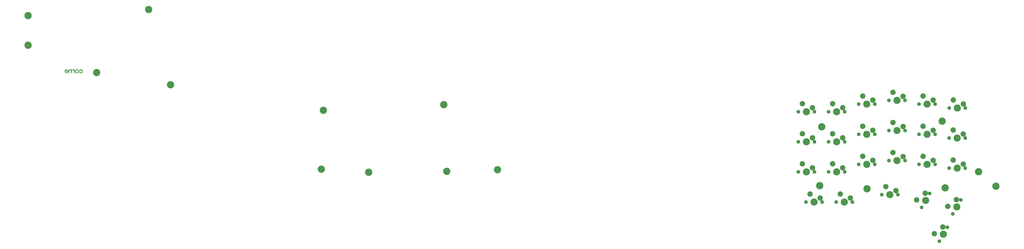
<source format=gbr>
%TF.GenerationSoftware,KiCad,Pcbnew,(5.1.6-0-10_14)*%
%TF.CreationDate,2020-09-30T16:11:26+02:00*%
%TF.ProjectId,corne-top-plate,636f726e-652d-4746-9f70-2d706c617465,2.1*%
%TF.SameCoordinates,Original*%
%TF.FileFunction,Soldermask,Bot*%
%TF.FilePolarity,Negative*%
%FSLAX46Y46*%
G04 Gerber Fmt 4.6, Leading zero omitted, Abs format (unit mm)*
G04 Created by KiCad (PCBNEW (5.1.6-0-10_14)) date 2020-09-30 16:11:26*
%MOMM*%
%LPD*%
G01*
G04 APERTURE LIST*
%ADD10C,0.010000*%
%ADD11C,4.600000*%
%ADD12C,4.500000*%
%ADD13C,2.300000*%
%ADD14C,3.400000*%
G04 APERTURE END LIST*
D10*
%TO.C,G\u002A\u002A\u002A*%
G36*
X-106460991Y-50639791D02*
G01*
X-106555075Y-50643451D01*
X-106625490Y-50652455D01*
X-106685801Y-50669181D01*
X-106749570Y-50696005D01*
X-106803751Y-50722171D01*
X-106974798Y-50830513D01*
X-107108048Y-50969673D01*
X-107205379Y-51142378D01*
X-107268668Y-51351354D01*
X-107280075Y-51413800D01*
X-107287364Y-51484770D01*
X-107293903Y-51597525D01*
X-107299403Y-51743049D01*
X-107303574Y-51912330D01*
X-107306127Y-52096353D01*
X-107306808Y-52245650D01*
X-107307000Y-52912400D01*
X-106875200Y-52912400D01*
X-106875200Y-52193110D01*
X-106874593Y-51964457D01*
X-106872600Y-51780758D01*
X-106868963Y-51636177D01*
X-106863422Y-51524882D01*
X-106855719Y-51441037D01*
X-106845595Y-51378809D01*
X-106837697Y-51347534D01*
X-106772937Y-51209307D01*
X-106672030Y-51106106D01*
X-106536603Y-51038984D01*
X-106368280Y-51008999D01*
X-106313812Y-51007400D01*
X-106151341Y-51017817D01*
X-106021362Y-51052694D01*
X-105909264Y-51117472D01*
X-105829360Y-51187726D01*
X-105775173Y-51244731D01*
X-105731791Y-51300501D01*
X-105698023Y-51361365D01*
X-105672679Y-51433652D01*
X-105654567Y-51523689D01*
X-105642496Y-51637805D01*
X-105635277Y-51782327D01*
X-105631717Y-51963585D01*
X-105630626Y-52187907D01*
X-105630600Y-52243910D01*
X-105630600Y-52912400D01*
X-105198800Y-52912400D01*
X-105198800Y-50651800D01*
X-105630600Y-50651800D01*
X-105630600Y-50909707D01*
X-105712864Y-50827442D01*
X-105799252Y-50751836D01*
X-105889955Y-50698569D01*
X-105995978Y-50664282D01*
X-106128324Y-50645616D01*
X-106297995Y-50639211D01*
X-106329674Y-50639100D01*
X-106460991Y-50639791D01*
G37*
X-106460991Y-50639791D02*
X-106555075Y-50643451D01*
X-106625490Y-50652455D01*
X-106685801Y-50669181D01*
X-106749570Y-50696005D01*
X-106803751Y-50722171D01*
X-106974798Y-50830513D01*
X-107108048Y-50969673D01*
X-107205379Y-51142378D01*
X-107268668Y-51351354D01*
X-107280075Y-51413800D01*
X-107287364Y-51484770D01*
X-107293903Y-51597525D01*
X-107299403Y-51743049D01*
X-107303574Y-51912330D01*
X-107306127Y-52096353D01*
X-107306808Y-52245650D01*
X-107307000Y-52912400D01*
X-106875200Y-52912400D01*
X-106875200Y-52193110D01*
X-106874593Y-51964457D01*
X-106872600Y-51780758D01*
X-106868963Y-51636177D01*
X-106863422Y-51524882D01*
X-106855719Y-51441037D01*
X-106845595Y-51378809D01*
X-106837697Y-51347534D01*
X-106772937Y-51209307D01*
X-106672030Y-51106106D01*
X-106536603Y-51038984D01*
X-106368280Y-51008999D01*
X-106313812Y-51007400D01*
X-106151341Y-51017817D01*
X-106021362Y-51052694D01*
X-105909264Y-51117472D01*
X-105829360Y-51187726D01*
X-105775173Y-51244731D01*
X-105731791Y-51300501D01*
X-105698023Y-51361365D01*
X-105672679Y-51433652D01*
X-105654567Y-51523689D01*
X-105642496Y-51637805D01*
X-105635277Y-51782327D01*
X-105631717Y-51963585D01*
X-105630626Y-52187907D01*
X-105630600Y-52243910D01*
X-105630600Y-52912400D01*
X-105198800Y-52912400D01*
X-105198800Y-50651800D01*
X-105630600Y-50651800D01*
X-105630600Y-50909707D01*
X-105712864Y-50827442D01*
X-105799252Y-50751836D01*
X-105889955Y-50698569D01*
X-105995978Y-50664282D01*
X-106128324Y-50645616D01*
X-106297995Y-50639211D01*
X-106329674Y-50639100D01*
X-106460991Y-50639791D01*
G36*
X-104798737Y-50616436D02*
G01*
X-104944800Y-50632961D01*
X-104944800Y-51003729D01*
X-104811450Y-50990068D01*
X-104627351Y-50995139D01*
X-104457952Y-51046922D01*
X-104309381Y-51142056D01*
X-104187766Y-51277179D01*
X-104138889Y-51358869D01*
X-104055800Y-51519838D01*
X-104055800Y-52912400D01*
X-103624000Y-52912400D01*
X-103624000Y-50649745D01*
X-103833550Y-50657122D01*
X-104043100Y-50664500D01*
X-104068500Y-50886358D01*
X-104119269Y-50829946D01*
X-104237446Y-50733357D01*
X-104389298Y-50662267D01*
X-104562542Y-50620536D01*
X-104744890Y-50612025D01*
X-104798737Y-50616436D01*
G37*
X-104798737Y-50616436D02*
X-104944800Y-50632961D01*
X-104944800Y-51003729D01*
X-104811450Y-50990068D01*
X-104627351Y-50995139D01*
X-104457952Y-51046922D01*
X-104309381Y-51142056D01*
X-104187766Y-51277179D01*
X-104138889Y-51358869D01*
X-104055800Y-51519838D01*
X-104055800Y-52912400D01*
X-103624000Y-52912400D01*
X-103624000Y-50649745D01*
X-103833550Y-50657122D01*
X-104043100Y-50664500D01*
X-104068500Y-50886358D01*
X-104119269Y-50829946D01*
X-104237446Y-50733357D01*
X-104389298Y-50662267D01*
X-104562542Y-50620536D01*
X-104744890Y-50612025D01*
X-104798737Y-50616436D01*
G36*
X-108993030Y-50649406D02*
G01*
X-109215394Y-50715705D01*
X-109413633Y-50821213D01*
X-109583579Y-50961847D01*
X-109721059Y-51133524D01*
X-109821904Y-51332162D01*
X-109881943Y-51553678D01*
X-109897800Y-51749336D01*
X-109897800Y-51896400D01*
X-107992800Y-51896400D01*
X-107992800Y-51969498D01*
X-108015717Y-52092649D01*
X-108079155Y-52220172D01*
X-108175143Y-52341298D01*
X-108295711Y-52445256D01*
X-108384888Y-52499239D01*
X-108520742Y-52550647D01*
X-108681404Y-52575683D01*
X-108694372Y-52576596D01*
X-108876629Y-52574127D01*
X-109030303Y-52537329D01*
X-109167995Y-52461614D01*
X-109282693Y-52362419D01*
X-109418513Y-52226600D01*
X-109621768Y-52226600D01*
X-109722311Y-52227246D01*
X-109781533Y-52231122D01*
X-109808910Y-52241133D01*
X-109813919Y-52260182D01*
X-109808230Y-52283750D01*
X-109769917Y-52369398D01*
X-109704999Y-52472086D01*
X-109625274Y-52575606D01*
X-109542544Y-52663746D01*
X-109512357Y-52690173D01*
X-109313490Y-52819773D01*
X-109090802Y-52909237D01*
X-108854096Y-52956509D01*
X-108613173Y-52959535D01*
X-108401857Y-52923004D01*
X-108180745Y-52838879D01*
X-107985925Y-52715023D01*
X-107822325Y-52556554D01*
X-107694874Y-52368590D01*
X-107608501Y-52156249D01*
X-107589344Y-52079299D01*
X-107558808Y-51829242D01*
X-107572541Y-51589661D01*
X-107584722Y-51540800D01*
X-107994057Y-51540800D01*
X-108717328Y-51540800D01*
X-108929914Y-51540528D01*
X-109096999Y-51539521D01*
X-109223879Y-51537494D01*
X-109315851Y-51534158D01*
X-109378212Y-51529229D01*
X-109416259Y-51522420D01*
X-109435288Y-51513444D01*
X-109440597Y-51502014D01*
X-109440600Y-51501688D01*
X-109420223Y-51419758D01*
X-109365525Y-51324173D01*
X-109286152Y-51226722D01*
X-109191748Y-51139195D01*
X-109091961Y-51073383D01*
X-109088903Y-51071826D01*
X-108949847Y-51024277D01*
X-108785733Y-51003014D01*
X-108614928Y-51007960D01*
X-108455798Y-51039039D01*
X-108364060Y-51074844D01*
X-108217526Y-51176486D01*
X-108098649Y-51317797D01*
X-108018265Y-51477127D01*
X-107994057Y-51540800D01*
X-107584722Y-51540800D01*
X-107628367Y-51365735D01*
X-107724106Y-51162643D01*
X-107857579Y-50985563D01*
X-108026608Y-50839672D01*
X-108139499Y-50771689D01*
X-108334103Y-50687746D01*
X-108531426Y-50640901D01*
X-108750713Y-50626400D01*
X-108993030Y-50649406D01*
G37*
X-108993030Y-50649406D02*
X-109215394Y-50715705D01*
X-109413633Y-50821213D01*
X-109583579Y-50961847D01*
X-109721059Y-51133524D01*
X-109821904Y-51332162D01*
X-109881943Y-51553678D01*
X-109897800Y-51749336D01*
X-109897800Y-51896400D01*
X-107992800Y-51896400D01*
X-107992800Y-51969498D01*
X-108015717Y-52092649D01*
X-108079155Y-52220172D01*
X-108175143Y-52341298D01*
X-108295711Y-52445256D01*
X-108384888Y-52499239D01*
X-108520742Y-52550647D01*
X-108681404Y-52575683D01*
X-108694372Y-52576596D01*
X-108876629Y-52574127D01*
X-109030303Y-52537329D01*
X-109167995Y-52461614D01*
X-109282693Y-52362419D01*
X-109418513Y-52226600D01*
X-109621768Y-52226600D01*
X-109722311Y-52227246D01*
X-109781533Y-52231122D01*
X-109808910Y-52241133D01*
X-109813919Y-52260182D01*
X-109808230Y-52283750D01*
X-109769917Y-52369398D01*
X-109704999Y-52472086D01*
X-109625274Y-52575606D01*
X-109542544Y-52663746D01*
X-109512357Y-52690173D01*
X-109313490Y-52819773D01*
X-109090802Y-52909237D01*
X-108854096Y-52956509D01*
X-108613173Y-52959535D01*
X-108401857Y-52923004D01*
X-108180745Y-52838879D01*
X-107985925Y-52715023D01*
X-107822325Y-52556554D01*
X-107694874Y-52368590D01*
X-107608501Y-52156249D01*
X-107589344Y-52079299D01*
X-107558808Y-51829242D01*
X-107572541Y-51589661D01*
X-107584722Y-51540800D01*
X-107994057Y-51540800D01*
X-108717328Y-51540800D01*
X-108929914Y-51540528D01*
X-109096999Y-51539521D01*
X-109223879Y-51537494D01*
X-109315851Y-51534158D01*
X-109378212Y-51529229D01*
X-109416259Y-51522420D01*
X-109435288Y-51513444D01*
X-109440597Y-51502014D01*
X-109440600Y-51501688D01*
X-109420223Y-51419758D01*
X-109365525Y-51324173D01*
X-109286152Y-51226722D01*
X-109191748Y-51139195D01*
X-109091961Y-51073383D01*
X-109088903Y-51071826D01*
X-108949847Y-51024277D01*
X-108785733Y-51003014D01*
X-108614928Y-51007960D01*
X-108455798Y-51039039D01*
X-108364060Y-51074844D01*
X-108217526Y-51176486D01*
X-108098649Y-51317797D01*
X-108018265Y-51477127D01*
X-107994057Y-51540800D01*
X-107584722Y-51540800D01*
X-107628367Y-51365735D01*
X-107724106Y-51162643D01*
X-107857579Y-50985563D01*
X-108026608Y-50839672D01*
X-108139499Y-50771689D01*
X-108334103Y-50687746D01*
X-108531426Y-50640901D01*
X-108750713Y-50626400D01*
X-108993030Y-50649406D01*
G36*
X-102201486Y-50632840D02*
G01*
X-102454940Y-50668111D01*
X-102683025Y-50744807D01*
X-102882675Y-50860865D01*
X-103050825Y-51014222D01*
X-103184408Y-51202816D01*
X-103248956Y-51337600D01*
X-103280518Y-51451705D01*
X-103300785Y-51599371D01*
X-103309530Y-51764580D01*
X-103306525Y-51931313D01*
X-103291543Y-52083551D01*
X-103264356Y-52205275D01*
X-103261405Y-52213900D01*
X-103165019Y-52411172D01*
X-103025775Y-52587574D01*
X-102849179Y-52737769D01*
X-102640741Y-52856421D01*
X-102565840Y-52887770D01*
X-102433821Y-52924019D01*
X-102270835Y-52947467D01*
X-102095281Y-52957287D01*
X-101925560Y-52952650D01*
X-101780074Y-52932729D01*
X-101747253Y-52924599D01*
X-101533353Y-52842401D01*
X-101338621Y-52724093D01*
X-101171655Y-52576635D01*
X-101041056Y-52406986D01*
X-100990182Y-52311895D01*
X-100951837Y-52209102D01*
X-100917651Y-52084876D01*
X-100897599Y-51981628D01*
X-100890248Y-51840224D01*
X-101314574Y-51840224D01*
X-101328909Y-51987866D01*
X-101349041Y-52069207D01*
X-101402294Y-52181941D01*
X-101482695Y-52297333D01*
X-101576678Y-52398702D01*
X-101670674Y-52469365D01*
X-101677458Y-52473020D01*
X-101874198Y-52549118D01*
X-102079189Y-52579463D01*
X-102282604Y-52563243D01*
X-102395164Y-52532468D01*
X-102572444Y-52445347D01*
X-102716910Y-52321677D01*
X-102824087Y-52165341D01*
X-102828520Y-52156466D01*
X-102881510Y-52000401D01*
X-102903493Y-51823298D01*
X-102894139Y-51644017D01*
X-102853121Y-51481421D01*
X-102840789Y-51451900D01*
X-102743458Y-51292906D01*
X-102615761Y-51168092D01*
X-102465064Y-51077623D01*
X-102298736Y-51021666D01*
X-102124142Y-51000386D01*
X-101948649Y-51013949D01*
X-101779624Y-51062522D01*
X-101624434Y-51146270D01*
X-101490445Y-51265360D01*
X-101385465Y-51419101D01*
X-101343919Y-51536807D01*
X-101319933Y-51683526D01*
X-101314574Y-51840224D01*
X-100890248Y-51840224D01*
X-100884738Y-51734236D01*
X-100917150Y-51499693D01*
X-100992350Y-51283052D01*
X-101107857Y-51089365D01*
X-101261187Y-50923687D01*
X-101449860Y-50791069D01*
X-101493919Y-50767803D01*
X-101668205Y-50693053D01*
X-101839530Y-50648281D01*
X-102025405Y-50630147D01*
X-102201486Y-50632840D01*
G37*
X-102201486Y-50632840D02*
X-102454940Y-50668111D01*
X-102683025Y-50744807D01*
X-102882675Y-50860865D01*
X-103050825Y-51014222D01*
X-103184408Y-51202816D01*
X-103248956Y-51337600D01*
X-103280518Y-51451705D01*
X-103300785Y-51599371D01*
X-103309530Y-51764580D01*
X-103306525Y-51931313D01*
X-103291543Y-52083551D01*
X-103264356Y-52205275D01*
X-103261405Y-52213900D01*
X-103165019Y-52411172D01*
X-103025775Y-52587574D01*
X-102849179Y-52737769D01*
X-102640741Y-52856421D01*
X-102565840Y-52887770D01*
X-102433821Y-52924019D01*
X-102270835Y-52947467D01*
X-102095281Y-52957287D01*
X-101925560Y-52952650D01*
X-101780074Y-52932729D01*
X-101747253Y-52924599D01*
X-101533353Y-52842401D01*
X-101338621Y-52724093D01*
X-101171655Y-52576635D01*
X-101041056Y-52406986D01*
X-100990182Y-52311895D01*
X-100951837Y-52209102D01*
X-100917651Y-52084876D01*
X-100897599Y-51981628D01*
X-100890248Y-51840224D01*
X-101314574Y-51840224D01*
X-101328909Y-51987866D01*
X-101349041Y-52069207D01*
X-101402294Y-52181941D01*
X-101482695Y-52297333D01*
X-101576678Y-52398702D01*
X-101670674Y-52469365D01*
X-101677458Y-52473020D01*
X-101874198Y-52549118D01*
X-102079189Y-52579463D01*
X-102282604Y-52563243D01*
X-102395164Y-52532468D01*
X-102572444Y-52445347D01*
X-102716910Y-52321677D01*
X-102824087Y-52165341D01*
X-102828520Y-52156466D01*
X-102881510Y-52000401D01*
X-102903493Y-51823298D01*
X-102894139Y-51644017D01*
X-102853121Y-51481421D01*
X-102840789Y-51451900D01*
X-102743458Y-51292906D01*
X-102615761Y-51168092D01*
X-102465064Y-51077623D01*
X-102298736Y-51021666D01*
X-102124142Y-51000386D01*
X-101948649Y-51013949D01*
X-101779624Y-51062522D01*
X-101624434Y-51146270D01*
X-101490445Y-51265360D01*
X-101385465Y-51419101D01*
X-101343919Y-51536807D01*
X-101319933Y-51683526D01*
X-101314574Y-51840224D01*
X-100890248Y-51840224D01*
X-100884738Y-51734236D01*
X-100917150Y-51499693D01*
X-100992350Y-51283052D01*
X-101107857Y-51089365D01*
X-101261187Y-50923687D01*
X-101449860Y-50791069D01*
X-101493919Y-50767803D01*
X-101668205Y-50693053D01*
X-101839530Y-50648281D01*
X-102025405Y-50630147D01*
X-102201486Y-50632840D01*
G36*
X-99818549Y-50646988D02*
G01*
X-99933248Y-50673102D01*
X-100154350Y-50763639D01*
X-100345793Y-50890036D01*
X-100502722Y-51047988D01*
X-100620282Y-51233188D01*
X-100654937Y-51313254D01*
X-100688964Y-51406731D01*
X-100700583Y-51465761D01*
X-100683298Y-51498261D01*
X-100630612Y-51512149D01*
X-100536029Y-51515343D01*
X-100489069Y-51515400D01*
X-100275139Y-51515399D01*
X-100244233Y-51421754D01*
X-100177643Y-51295894D01*
X-100071138Y-51184503D01*
X-99934963Y-51094012D01*
X-99779364Y-51030854D01*
X-99614585Y-51001461D01*
X-99572699Y-51000142D01*
X-99390369Y-51022910D01*
X-99220065Y-51087221D01*
X-99070516Y-51187089D01*
X-98950453Y-51316526D01*
X-98868605Y-51469547D01*
X-98862407Y-51487267D01*
X-98828856Y-51645924D01*
X-98823073Y-51821402D01*
X-98843759Y-51995327D01*
X-98889613Y-52149322D01*
X-98912675Y-52197531D01*
X-99018404Y-52348138D01*
X-99153279Y-52460303D01*
X-99300602Y-52531915D01*
X-99479289Y-52574926D01*
X-99658759Y-52574773D01*
X-99830572Y-52534785D01*
X-99986290Y-52458291D01*
X-100117474Y-52348622D01*
X-100215684Y-52209106D01*
X-100237267Y-52162389D01*
X-100283900Y-52048990D01*
X-100493450Y-52048895D01*
X-100596168Y-52049561D01*
X-100658284Y-52053620D01*
X-100689995Y-52063992D01*
X-100701497Y-52083594D01*
X-100703000Y-52108887D01*
X-100687475Y-52183902D01*
X-100645924Y-52283781D01*
X-100585878Y-52395252D01*
X-100514869Y-52505041D01*
X-100440429Y-52599876D01*
X-100401538Y-52640119D01*
X-100221764Y-52775131D01*
X-100012907Y-52875811D01*
X-99786060Y-52938913D01*
X-99552318Y-52961194D01*
X-99356800Y-52945664D01*
X-99163587Y-52894943D01*
X-98975951Y-52811877D01*
X-98806260Y-52703860D01*
X-98666883Y-52578289D01*
X-98599989Y-52493165D01*
X-98518660Y-52358841D01*
X-98462770Y-52233887D01*
X-98428191Y-52103138D01*
X-98410793Y-51951430D01*
X-98406414Y-51782100D01*
X-98407919Y-51641194D01*
X-98413621Y-51537188D01*
X-98425298Y-51456236D01*
X-98444730Y-51384494D01*
X-98464351Y-51331197D01*
X-98569997Y-51131543D01*
X-98716262Y-50955026D01*
X-98895376Y-50809316D01*
X-99099569Y-50702085D01*
X-99102800Y-50700802D01*
X-99258783Y-50656914D01*
X-99442755Y-50632892D01*
X-99635687Y-50629372D01*
X-99818549Y-50646988D01*
G37*
X-99818549Y-50646988D02*
X-99933248Y-50673102D01*
X-100154350Y-50763639D01*
X-100345793Y-50890036D01*
X-100502722Y-51047988D01*
X-100620282Y-51233188D01*
X-100654937Y-51313254D01*
X-100688964Y-51406731D01*
X-100700583Y-51465761D01*
X-100683298Y-51498261D01*
X-100630612Y-51512149D01*
X-100536029Y-51515343D01*
X-100489069Y-51515400D01*
X-100275139Y-51515399D01*
X-100244233Y-51421754D01*
X-100177643Y-51295894D01*
X-100071138Y-51184503D01*
X-99934963Y-51094012D01*
X-99779364Y-51030854D01*
X-99614585Y-51001461D01*
X-99572699Y-51000142D01*
X-99390369Y-51022910D01*
X-99220065Y-51087221D01*
X-99070516Y-51187089D01*
X-98950453Y-51316526D01*
X-98868605Y-51469547D01*
X-98862407Y-51487267D01*
X-98828856Y-51645924D01*
X-98823073Y-51821402D01*
X-98843759Y-51995327D01*
X-98889613Y-52149322D01*
X-98912675Y-52197531D01*
X-99018404Y-52348138D01*
X-99153279Y-52460303D01*
X-99300602Y-52531915D01*
X-99479289Y-52574926D01*
X-99658759Y-52574773D01*
X-99830572Y-52534785D01*
X-99986290Y-52458291D01*
X-100117474Y-52348622D01*
X-100215684Y-52209106D01*
X-100237267Y-52162389D01*
X-100283900Y-52048990D01*
X-100493450Y-52048895D01*
X-100596168Y-52049561D01*
X-100658284Y-52053620D01*
X-100689995Y-52063992D01*
X-100701497Y-52083594D01*
X-100703000Y-52108887D01*
X-100687475Y-52183902D01*
X-100645924Y-52283781D01*
X-100585878Y-52395252D01*
X-100514869Y-52505041D01*
X-100440429Y-52599876D01*
X-100401538Y-52640119D01*
X-100221764Y-52775131D01*
X-100012907Y-52875811D01*
X-99786060Y-52938913D01*
X-99552318Y-52961194D01*
X-99356800Y-52945664D01*
X-99163587Y-52894943D01*
X-98975951Y-52811877D01*
X-98806260Y-52703860D01*
X-98666883Y-52578289D01*
X-98599989Y-52493165D01*
X-98518660Y-52358841D01*
X-98462770Y-52233887D01*
X-98428191Y-52103138D01*
X-98410793Y-51951430D01*
X-98406414Y-51782100D01*
X-98407919Y-51641194D01*
X-98413621Y-51537188D01*
X-98425298Y-51456236D01*
X-98444730Y-51384494D01*
X-98464351Y-51331197D01*
X-98569997Y-51131543D01*
X-98716262Y-50955026D01*
X-98895376Y-50809316D01*
X-99099569Y-50702085D01*
X-99102800Y-50700802D01*
X-99258783Y-50656914D01*
X-99442755Y-50632892D01*
X-99635687Y-50629372D01*
X-99818549Y-50646988D01*
%TD*%
D11*
%TO.C,Ref\u002A\u002A*%
X51934500Y-113581000D03*
%TD*%
%TO.C,Ref\u002A\u002A*%
X130970000Y-114971000D03*
%TD*%
%TO.C,Ref\u002A\u002A*%
X81735500Y-115599000D03*
%TD*%
%TO.C,Ref\u002A\u002A*%
X129103500Y-72916500D03*
%TD*%
%TO.C,Ref\u002A\u002A*%
X53246000Y-76416500D03*
%TD*%
%TO.C,Ref\u002A\u002A*%
X162974000Y-113955000D03*
%TD*%
D12*
%TO.C,SW30*%
X395529500Y-91590000D03*
D13*
X390449500Y-91590000D03*
X400609500Y-91590000D03*
D14*
X399339500Y-89050000D03*
X392989500Y-86510000D03*
%TD*%
D12*
%TO.C,SW41*%
X443730526Y-154697317D03*
D13*
X441190526Y-159096726D03*
X446270526Y-150297908D03*
D14*
X443435821Y-150127760D03*
X438061117Y-154357022D03*
%TD*%
D11*
%TO.C,Ref\u002A\u002A*%
X367190000Y-86830500D03*
%TD*%
%TO.C,Ref\u002A\u002A*%
X443047500Y-83330500D03*
%TD*%
%TO.C,Ref\u002A\u002A*%
X395679500Y-126013000D03*
%TD*%
%TO.C,Ref\u002A\u002A*%
X444914000Y-125385000D03*
%TD*%
%TO.C,Ref\u002A\u002A*%
X365878500Y-123995000D03*
%TD*%
D12*
%TO.C,SW28*%
X357529500Y-96340000D03*
D13*
X352449500Y-96340000D03*
X362609500Y-96340000D03*
D14*
X361339500Y-93800000D03*
X354989500Y-91260000D03*
%TD*%
D12*
%TO.C,SW27*%
X452536500Y-74970000D03*
D13*
X447456500Y-74970000D03*
X457616500Y-74970000D03*
D14*
X456346500Y-72430000D03*
X449996500Y-69890000D03*
%TD*%
D12*
%TO.C,SW26*%
X433529500Y-72590000D03*
D13*
X428449500Y-72590000D03*
X438609500Y-72590000D03*
D14*
X437339500Y-70050000D03*
X430989500Y-67510000D03*
%TD*%
D12*
%TO.C,SW39*%
X452529500Y-112965000D03*
D13*
X447449500Y-112965000D03*
X457609500Y-112965000D03*
D14*
X456339500Y-110425000D03*
X449989500Y-107885000D03*
%TD*%
D12*
%TO.C,SW29*%
X376529500Y-96340000D03*
D13*
X371449500Y-96340000D03*
X381609500Y-96340000D03*
D14*
X380339500Y-93800000D03*
X373989500Y-91260000D03*
%TD*%
D12*
%TO.C,SW24*%
X395529500Y-72590000D03*
D13*
X390449500Y-72590000D03*
X400609500Y-72590000D03*
D14*
X399339500Y-70050000D03*
X392989500Y-67510000D03*
%TD*%
D12*
%TO.C,SW25*%
X414529500Y-70215000D03*
D13*
X409449500Y-70215000D03*
X419609500Y-70215000D03*
D14*
X418339500Y-67675000D03*
X411989500Y-65135000D03*
%TD*%
D12*
%TO.C,SW35*%
X376529500Y-115340000D03*
D13*
X371449500Y-115340000D03*
X381609500Y-115340000D03*
D14*
X380339500Y-112800000D03*
X373989500Y-110260000D03*
%TD*%
D12*
%TO.C,SW33*%
X452529500Y-93965000D03*
D13*
X447449500Y-93965000D03*
X457609500Y-93965000D03*
D14*
X456339500Y-91425000D03*
X449989500Y-88885000D03*
%TD*%
D12*
%TO.C,SW22*%
X357529500Y-77340000D03*
D13*
X352449500Y-77340000D03*
X362609500Y-77340000D03*
D14*
X361339500Y-74800000D03*
X354989500Y-72260000D03*
%TD*%
D12*
%TO.C,SW23*%
X376529500Y-77340000D03*
D13*
X371449500Y-77340000D03*
X381609500Y-77340000D03*
D14*
X380339500Y-74800000D03*
X373989500Y-72260000D03*
%TD*%
D12*
%TO.C,SW37*%
X414529500Y-108215000D03*
D13*
X409449500Y-108215000D03*
X419609500Y-108215000D03*
D14*
X418339500Y-105675000D03*
X411989500Y-103135000D03*
%TD*%
D12*
%TO.C,SW31*%
X414529500Y-89215000D03*
D13*
X409449500Y-89215000D03*
X419609500Y-89215000D03*
D14*
X418339500Y-86675000D03*
X411989500Y-84135000D03*
%TD*%
D12*
%TO.C,SW32*%
X433529500Y-91590000D03*
D13*
X428449500Y-91590000D03*
X438609500Y-91590000D03*
D14*
X437339500Y-89050000D03*
X430989500Y-86510000D03*
%TD*%
D12*
%TO.C,SW34*%
X357529500Y-115340000D03*
D13*
X352449500Y-115340000D03*
X362609500Y-115340000D03*
D14*
X361339500Y-112800000D03*
X354989500Y-110260000D03*
%TD*%
D12*
%TO.C,SW38*%
X433529500Y-110590000D03*
D13*
X428449500Y-110590000D03*
X438609500Y-110590000D03*
D14*
X437339500Y-108050000D03*
X430989500Y-105510000D03*
%TD*%
D12*
%TO.C,SW48*%
X410059500Y-129707000D03*
D13*
X404979500Y-129707000D03*
X415139500Y-129707000D03*
D14*
X413869500Y-127167000D03*
X407519500Y-124627000D03*
%TD*%
D12*
%TO.C,SW42*%
X452239680Y-137419031D03*
D13*
X449699680Y-141818440D03*
X454779680Y-133019622D03*
D14*
X451944975Y-132849474D03*
X446570271Y-137078736D03*
%TD*%
D12*
%TO.C,SW46*%
X362355500Y-134390000D03*
D13*
X357275500Y-134390000D03*
X367435500Y-134390000D03*
D14*
X366165500Y-131850000D03*
X359815500Y-129310000D03*
%TD*%
D12*
%TO.C,SW36*%
X395529500Y-110590000D03*
D13*
X390449500Y-110590000D03*
X400609500Y-110590000D03*
D14*
X399339500Y-108050000D03*
X392989500Y-105510000D03*
%TD*%
D12*
%TO.C,SW40*%
X432600997Y-133310624D03*
D13*
X430060997Y-137710033D03*
X435140997Y-128911215D03*
D14*
X432306292Y-128741067D03*
X426931588Y-132970329D03*
%TD*%
D12*
%TO.C,SW47*%
X381405500Y-134390000D03*
D13*
X376325500Y-134390000D03*
X386485500Y-134390000D03*
D14*
X385215500Y-131850000D03*
X378865500Y-129310000D03*
%TD*%
D11*
%TO.C,Ref\u002A\u002A*%
X476918000Y-124369000D03*
%TD*%
%TO.C,Ref\u002A\u002A*%
X465996000Y-115225000D03*
%TD*%
%TO.C,*%
X-43094000Y-60396000D03*
%TD*%
%TO.C,*%
X-132844000Y-35396000D03*
%TD*%
%TO.C,*%
X-56844000Y-12896000D03*
%TD*%
%TO.C,*%
X-132844000Y-16646000D03*
%TD*%
%TO.C,*%
X-89594000Y-52646000D03*
%TD*%
M02*

</source>
